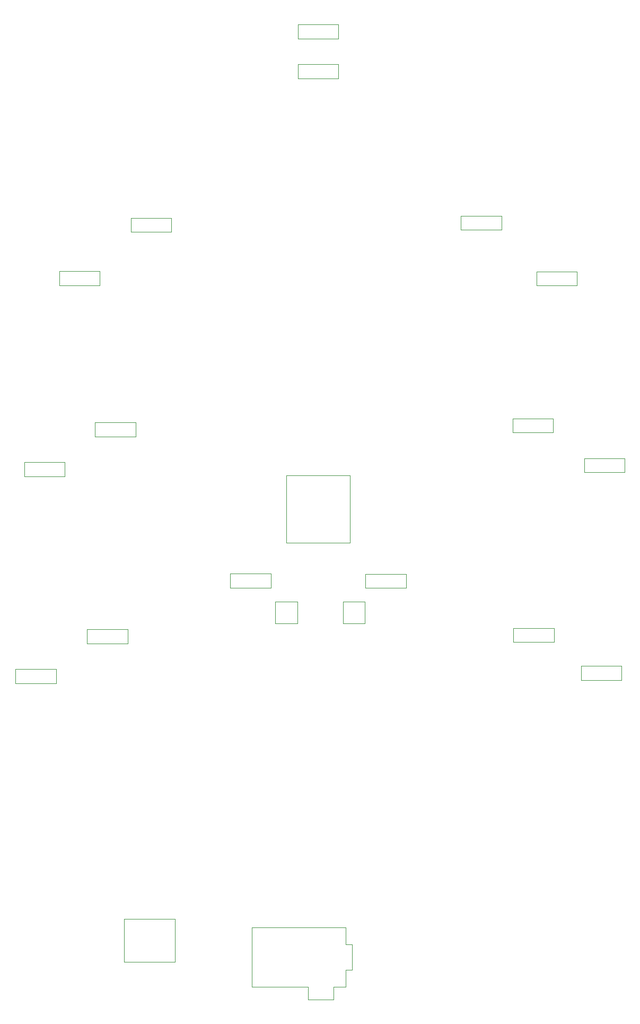
<source format=gbr>
G04 #@! TF.FileFunction,Other,User*
%FSLAX46Y46*%
G04 Gerber Fmt 4.6, Leading zero omitted, Abs format (unit mm)*
G04 Created by KiCad (PCBNEW 4.0.6) date Saturday, November 11, 2017 'PMt' 03:03:55 PM*
%MOMM*%
%LPD*%
G01*
G04 APERTURE LIST*
%ADD10C,0.100000*%
%ADD11C,0.050000*%
G04 APERTURE END LIST*
D10*
D11*
X46915000Y-127160000D02*
X53415000Y-127160000D01*
X46915000Y-127160000D02*
X46915000Y-129370000D01*
X53415000Y-129370000D02*
X53415000Y-127160000D01*
X53415000Y-129370000D02*
X46915000Y-129370000D01*
X137720000Y-93505000D02*
X144220000Y-93505000D01*
X137720000Y-93505000D02*
X137720000Y-95715000D01*
X144220000Y-95715000D02*
X144220000Y-93505000D01*
X144220000Y-95715000D02*
X137720000Y-95715000D01*
X53900000Y-63660000D02*
X60400000Y-63660000D01*
X53900000Y-63660000D02*
X53900000Y-65870000D01*
X60400000Y-65870000D02*
X60400000Y-63660000D01*
X60400000Y-65870000D02*
X53900000Y-65870000D01*
X90150000Y-96200000D02*
X90150000Y-107000000D01*
X90150000Y-107000000D02*
X100350000Y-107000000D01*
X100350000Y-107000000D02*
X100350000Y-96200000D01*
X100350000Y-96200000D02*
X90150000Y-96200000D01*
X137212000Y-126652000D02*
X143712000Y-126652000D01*
X137212000Y-126652000D02*
X137212000Y-128862000D01*
X143712000Y-128862000D02*
X143712000Y-126652000D01*
X143712000Y-128862000D02*
X137212000Y-128862000D01*
X48312000Y-94140000D02*
X54812000Y-94140000D01*
X48312000Y-94140000D02*
X48312000Y-96350000D01*
X54812000Y-96350000D02*
X54812000Y-94140000D01*
X54812000Y-96350000D02*
X48312000Y-96350000D01*
X136600000Y-65880000D02*
X130100000Y-65880000D01*
X136600000Y-65880000D02*
X136600000Y-63670000D01*
X130100000Y-63670000D02*
X130100000Y-65880000D01*
X130100000Y-63670000D02*
X136600000Y-63670000D01*
X58345000Y-120810000D02*
X64845000Y-120810000D01*
X58345000Y-120810000D02*
X58345000Y-123020000D01*
X64845000Y-123020000D02*
X64845000Y-120810000D01*
X64845000Y-123020000D02*
X58345000Y-123020000D01*
X132790000Y-89375000D02*
X126290000Y-89375000D01*
X132790000Y-89375000D02*
X132790000Y-87165000D01*
X126290000Y-87165000D02*
X126290000Y-89375000D01*
X126290000Y-87165000D02*
X132790000Y-87165000D01*
X65330000Y-55151000D02*
X71830000Y-55151000D01*
X65330000Y-55151000D02*
X65330000Y-57361000D01*
X71830000Y-57361000D02*
X71830000Y-55151000D01*
X71830000Y-57361000D02*
X65330000Y-57361000D01*
X132917000Y-122776000D02*
X126417000Y-122776000D01*
X132917000Y-122776000D02*
X132917000Y-120566000D01*
X126417000Y-120566000D02*
X126417000Y-122776000D01*
X126417000Y-120566000D02*
X132917000Y-120566000D01*
X59615000Y-87790000D02*
X66115000Y-87790000D01*
X59615000Y-87790000D02*
X59615000Y-90000000D01*
X66115000Y-90000000D02*
X66115000Y-87790000D01*
X66115000Y-90000000D02*
X59615000Y-90000000D01*
X124535000Y-56990000D02*
X118035000Y-56990000D01*
X124535000Y-56990000D02*
X124535000Y-54780000D01*
X118035000Y-54780000D02*
X118035000Y-56990000D01*
X118035000Y-54780000D02*
X124535000Y-54780000D01*
X92000000Y-30640000D02*
X98500000Y-30640000D01*
X92000000Y-30640000D02*
X92000000Y-32850000D01*
X98500000Y-32850000D02*
X98500000Y-30640000D01*
X98500000Y-32850000D02*
X92000000Y-32850000D01*
X64266000Y-167014000D02*
X72386000Y-167014000D01*
X64266000Y-167014000D02*
X64266000Y-173854000D01*
X72386000Y-173854000D02*
X72386000Y-167014000D01*
X72386000Y-173854000D02*
X64266000Y-173854000D01*
X92000000Y-24290000D02*
X98500000Y-24290000D01*
X92000000Y-24290000D02*
X92000000Y-26500000D01*
X98500000Y-26500000D02*
X98500000Y-24290000D01*
X98500000Y-26500000D02*
X92000000Y-26500000D01*
X99679000Y-168601000D02*
X99679000Y-168351000D01*
X99679000Y-168351000D02*
X84679000Y-168351000D01*
X99679000Y-168601000D02*
X99679000Y-171101000D01*
X99679000Y-171101000D02*
X100679000Y-171101000D01*
X100679000Y-171101000D02*
X100679000Y-175101000D01*
X100679000Y-175101000D02*
X99679000Y-175101000D01*
X99679000Y-175101000D02*
X99679000Y-177851000D01*
X99679000Y-177851000D02*
X97679000Y-177851000D01*
X97679000Y-177851000D02*
X97679000Y-179851000D01*
X97679000Y-179851000D02*
X93679000Y-179851000D01*
X93679000Y-179851000D02*
X93679000Y-177851000D01*
X93679000Y-177851000D02*
X84679000Y-177851000D01*
X84679000Y-177851000D02*
X84679000Y-168351000D01*
X109295000Y-114140000D02*
X102795000Y-114140000D01*
X109295000Y-114140000D02*
X109295000Y-111930000D01*
X102795000Y-111930000D02*
X102795000Y-114140000D01*
X102795000Y-111930000D02*
X109295000Y-111930000D01*
X88420000Y-119810000D02*
X88420000Y-116410000D01*
X88420000Y-116410000D02*
X91920000Y-116410000D01*
X91920000Y-116410000D02*
X91920000Y-119810000D01*
X91920000Y-119810000D02*
X88420000Y-119810000D01*
X99215000Y-119810000D02*
X99215000Y-116410000D01*
X99215000Y-116410000D02*
X102715000Y-116410000D01*
X102715000Y-116410000D02*
X102715000Y-119810000D01*
X102715000Y-119810000D02*
X99215000Y-119810000D01*
X81205000Y-111920000D02*
X87705000Y-111920000D01*
X81205000Y-111920000D02*
X81205000Y-114130000D01*
X87705000Y-114130000D02*
X87705000Y-111920000D01*
X87705000Y-114130000D02*
X81205000Y-114130000D01*
M02*

</source>
